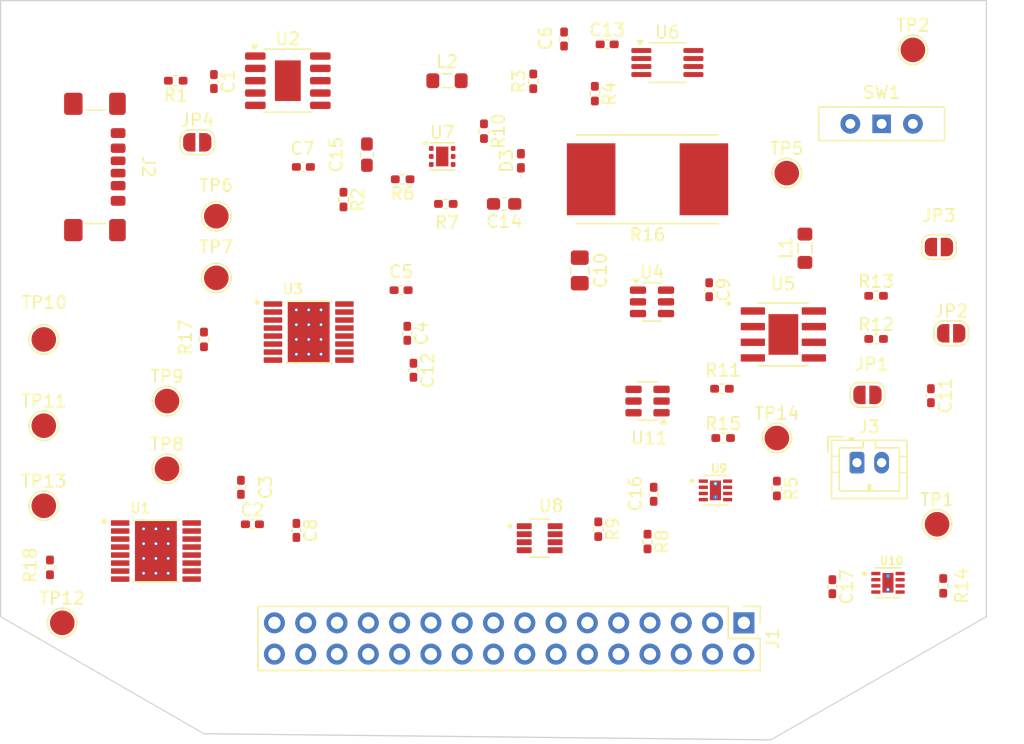
<source format=kicad_pcb>
(kicad_pcb (version 20241229) (generator "pcbnew") (generator_version "9.0")
  (layers (0 "F.Cu" signal) (2 "B.Cu" signal) (13 "F.Paste" user) (15 "B.Paste" user) (5 "F.SilkS" user "F.Silkscreen") (7 "B.SilkS" user "B.Silkscreen") (1 "F.Mask" user) (3 "B.Mask" user) (25 "Edge.Cuts" user))
  (net 0 "")
  (net 1 "GND")
  (net 2 "/Battery")
  (net 3 "Net-(U1-VINT)")
  (net 4 "Net-(U3-VINT)")
  (net 5 "/HV")
  (net 6 "Net-(U1-VCP)")
  (net 7 "Net-(U4-BST)")
  (net 8 "Net-(U4-SW)")
  (net 9 "Net-(JP2-B)")
  (net 10 "Net-(U3-VCP)")
  (net 11 "/3V3 Out")
  (net 12 "/5V Out")
  (net 13 "Net-(D3-A)")
  (net 14 "/MOTOR4_CTRL2")
  (net 15 "Net-(U3-AISEN)")
  (net 16 "/USART2_TX")
  (net 17 "/MOTOR3_CTRL1")
  (net 18 "/MOTOR3_B_OUT")
  (net 19 "Net-(U1-AISEN)")
  (net 20 "/MOTOR2_CTRL2")
  (net 22 "/MOTOR1_CTRL1")
  (net 23 "/MOTOR3_CTRL2")
  (net 24 "/EXT_LOAD2_OUT")
  (net 25 "/I2C1_SDA")
  (net 26 "/CTRL_EXT_LOAD2")
  (net 27 "/MOTOR4_CTRL1")
  (net 28 "/FAST_CHARGE_CTRL")
  (net 29 "/USART2_RX")
  (net 30 "/EXT_LOAD1_OUT")
  (net 31 "/MOTOR3_A_OUT")
  (net 32 "/MOTOR1_A_OUT")
  (net 33 "/MOTOR2_CTRL1")
  (net 34 "/CTRL_EXT_LOAD1")
  (net 35 "/MOTOR1_CTRL2")
  (net 36 "/I2C1_SCL")
  (net 37 "/MOTOR1_B_OUT")
  (net 38 "Net-(J2-VBUS-PadA9)")
  (net 39 "Net-(J2-CC2)")
  (net 40 "Net-(J2-CC1)")
  (net 41 "/BATT")
  (net 42 "Net-(U2-VBUS)")
  (net 43 "Net-(U6-ADJ)")
  (net 44 "Net-(U7-FB)")
  (net 45 "Net-(U7-OC)")
  (net 46 "Net-(R11-Pad2)")
  (net 47 "Net-(U5-PROG)")
  (net 48 "Net-(U5-~{STDBY})")
  (net 49 "Net-(JP1-B)")
  (net 50 "Net-(JP3-B)")
  (net 51 "Net-(U5-~{CHRG})")
  (net 52 "Net-(R15-Pad2)")
  (net 53 "Net-(U8-IN+)")
  (net 55 "/MOTOR4_A_OUT")
  (net 56 "/MOTOR4_B_OUT")
  (net 57 "/MOTOR2_A_OUT")
  (net 58 "/MOTOR2_B_OUT")
  (net 61 "Net-(JP4-B)")
  (net 64 "Net-(U8-IN-)")
  (net 67 "Net-(JP4-A)")
  (net 68 "Net-(JP2-A)")
  (footprint "Resistor_SMD:R_0402_1005Metric_Pad0.72x0.64mm_HandSolder" (layer "F.Cu") (at 172.04 83 180)
    (property "Reference" "R11" (at -0.0975 1.5 0) (layer "F.SilkS"))
    (property "Value" "5.6K")
    (pad "1" smd roundrect (at -0.5975 0 180) (size 0.715 0.64) (layers "F.Cu" "F.Mask" "F.Paste") (net 47 "Net-(U5-PROG)"))
    (pad "2" smd roundrect (at 0.5975 0 180) (size 0.715 0.64) (layers "F.Cu" "F.Mask" "F.Paste") (net 46 "Net-(R11-Pad2)"))
  )
  (footprint "Capacitor_SMD:C_0402_1005Metric_Pad0.74x0.62mm_HandSolder" (layer "F.Cu") (at 133.9325 94)
    (property "Reference" "C2" (at 0 -1.16 0) (layer "F.SilkS"))
    (property "Value" "10uF")
    (pad "1" smd roundrect (at -0.5675 0) (size 0.735 0.62) (layers "F.Cu" "F.Mask" "F.Paste") (net 1 "GND"))
    (pad "2" smd roundrect (at 0.5675 0) (size 0.735 0.62) (layers "F.Cu" "F.Mask" "F.Paste") (net 2 "/Battery"))
  )
  (footprint "Footprint:TP4056" (layer "F.Cu") (at 177.025 78.595)
    (property "Reference" "U5" (at -0.025 -4.095 0) (layer "F.SilkS"))
    (property "Value" "TP4056")
    (pad "1" smd roundrect (at -2.475 -1.905) (size 1.97 0.6) (layers "F.Cu" "F.Mask" "F.Paste") (roundrect_rratio 0.125) (net 1 "GND"))
    (pad "2" smd roundrect (at -2.475 -0.635) (size 1.97 0.6) (layers "F.Cu" "F.Mask" "F.Paste") (roundrect_rratio 0.125) (net 47 "Net-(U5-PROG)"))
    (pad "3" smd roundrect (at -2.475 0.635) (size 1.97 0.6) (layers "F.Cu" "F.Mask" "F.Paste") (roundrect_rratio 0.125) (net 1 "GND"))
    (pad "4" smd roundrect (at -2.475 1.905) (size 1.97 0.6) (layers "F.Cu" "F.Mask" "F.Paste") (roundrect_rratio 0.125) (net 9 "Net-(JP2-B)"))
    (pad "5" smd roundrect (at 2.475 1.905) (size 1.97 0.6) (layers "F.Cu" "F.Mask" "F.Paste") (roundrect_rratio 0.125) (net 41 "/BATT"))
    (pad "6" smd roundrect (at 2.475 0.635) (size 1.97 0.6) (layers "F.Cu" "F.Mask" "F.Paste") (roundrect_rratio 0.125) (net 48 "Net-(U5-~{STDBY})"))
    (pad "7" smd roundrect (at 2.475 -0.635) (size 1.97 0.6) (layers "F.Cu" "F.Mask" "F.Paste") (roundrect_rratio 0.125) (net 51 "Net-(U5-~{CHRG})"))
    (pad "8" smd roundrect (at 2.475 -1.905) (size 1.97 0.6) (layers "F.Cu" "F.Mask" "F.Paste") (roundrect_rratio 0.125) (net 9 "Net-(JP2-B)"))
    (pad "9" smd rect (at 0 0) (size 2.413 3.302) (layers "F.Cu" "F.Mask"))
  )
  (footprint "TestPoint:TestPoint_Pad_D2.0mm" (layer "F.Cu") (at 127 89.5)
    (property "Reference" "TP8" (at 0 -1.998 0) (layer "F.SilkS"))
    (property "Value" "TestPoint")
    (pad "1" smd circle (at 0 0) (size 2 2) (layers "F.Cu" "F.Mask") (net 55 "/MOTOR4_A_OUT"))
  )
  (footprint "TestPoint:TestPoint_Pad_D2.0mm" (layer "F.Cu") (at 176.5 87)
    (property "Reference" "TP14" (at 0 -1.998 0) (layer "F.SilkS"))
    (property "Value" "TestPoint")
    (pad "1" smd circle (at 0 0) (size 2 2) (layers "F.Cu" "F.Mask") (net 24 "/EXT_LOAD2_OUT"))
  )
  (footprint "Resistor_SMD:R_0402_1005Metric_Pad0.72x0.64mm_HandSolder" (layer "F.Cu") (at 162 94.4025 -90)
    (property "Reference" "R9" (at 0 -1.17 90) (layer "F.SilkS"))
    (property "Value" "4.7k")
    (pad "1" smd roundrect (at -0.5975 0 270) (size 0.715 0.64) (layers "F.Cu" "F.Mask" "F.Paste") (net 11 "/3V3 Out"))
    (pad "2" smd roundrect (at 0.5975 0 270) (size 0.715 0.64) (layers "F.Cu" "F.Mask" "F.Paste") (net 25 "/I2C1_SDA"))
  )
  (footprint "Inductor_SMD:L_0805_2012Metric_Pad1.05x1.20mm_HandSolder" (layer "F.Cu") (at 149.725 58)
    (property "Reference" "L2" (at 0 -1.55 0) (layer "F.SilkS"))
    (property "Value" "4.7u")
    (pad "1" smd roundrect (at -1.15 0) (size 1.05 1.2) (layers "F.Cu" "F.Mask" "F.Paste") (roundrect_rratio 0.238095) (net 2 "/Battery"))
    (pad "2" smd roundrect (at 1.15 0) (size 1.05 1.2) (layers "F.Cu" "F.Mask" "F.Paste") (roundrect_rratio 0.238095) (net 13 "Net-(D3-A)"))
  )
  (footprint "Resistor_SMD:R_0402_1005Metric_Pad0.72x0.64mm_HandSolder" (layer "F.Cu") (at 184.55 75.46)
    (property "Reference" "R13" (at 0 -1.17 0) (layer "F.SilkS"))
    (property "Value" "1K")
    (pad "1" smd roundrect (at -0.5975 0) (size 0.715 0.64) (layers "F.Cu" "F.Mask" "F.Paste") (net 50 "Net-(JP3-B)"))
    (pad "2" smd roundrect (at 0.5975 0) (size 0.715 0.64) (layers "F.Cu" "F.Mask" "F.Paste") (net 51 "Net-(U5-~{CHRG})"))
  )
  (footprint "Capacitor_SMD:C_0402_1005Metric_Pad0.74x0.62mm_HandSolder" (layer "F.Cu") (at 166.5 91.5675 -90)
    (property "Reference" "C16" (at -0.0675 1.5 90) (layer "F.SilkS"))
    (property "Value" "1uF")
    (pad "1" smd roundrect (at -0.5675 0 270) (size 0.735 0.62) (layers "F.Cu" "F.Mask" "F.Paste") (net 12 "/5V Out"))
    (pad "2" smd roundrect (at 0.5675 0 270) (size 0.735 0.62) (layers "F.Cu" "F.Mask" "F.Paste") (net 1 "GND"))
  )
  (footprint "Capacitor_SMD:C_0805_2012Metric_Pad1.18x1.45mm_HandSolder" (layer "F.Cu") (at 160.5 73.4 -90)
    (property "Reference" "C10" (at 0 -1.68 90) (layer "F.SilkS"))
    (property "Value" "47u")
    (pad "1" smd roundrect (at -1.0375 0 270) (size 1.175 1.45) (layers "F.Cu" "F.Mask" "F.Paste") (roundrect_rratio 0.212766) (net 9 "Net-(JP2-B)"))
    (pad "2" smd roundrect (at 1.0375 0 270) (size 1.175 1.45) (layers "F.Cu" "F.Mask" "F.Paste") (roundrect_rratio 0.212766) (net 1 "GND"))
  )
  (footprint "Package_SO:SSOP-10-1EP_3.9x4.9mm_P1mm_EP2.1x3.3mm" (layer "F.Cu") (at 136.8075 58)
    (property "Reference" "U2" (at 0 -3.4 0) (layer "F.SilkS"))
    (property "Value" "CH224K")
    (pad "1" smd roundrect (at -2.6375 -2) (size 1.675 0.6) (layers "F.Cu" "F.Mask" "F.Paste") (net 2 "/Battery"))
    (pad "2" smd roundrect (at -2.6375 -1) (size 1.675 0.6) (layers "F.Cu" "F.Mask" "F.Paste") (net 1 "GND"))
    (pad "3" smd roundrect (at -2.6375 0) (size 1.675 0.6) (layers "F.Cu" "F.Mask" "F.Paste") (net 1 "GND"))
    (pad "4" smd roundrect (at -2.6375 1) (size 1.675 0.6) (layers "F.Cu" "F.Mask" "F.Paste") (net 67 "Net-(JP4-A)"))
    (pad "5" smd roundrect (at -2.6375 2) (size 1.675 0.6) (layers "F.Cu" "F.Mask" "F.Paste") (net 61 "Net-(JP4-B)"))
    (pad "6" smd roundrect (at 2.6375 2) (size 1.675 0.6) (layers "F.Cu" "F.Mask" "F.Paste") (net 39 "Net-(J2-CC2)"))
    (pad "7" smd roundrect (at 2.6375 1) (size 1.675 0.6) (layers "F.Cu" "F.Mask" "F.Paste") (net 40 "Net-(J2-CC1)"))
    (pad "8" smd roundrect (at 2.6375 0) (size 1.675 0.6) (layers "F.Cu" "F.Mask" "F.Paste") (net 42 "Net-(U2-VBUS)"))
    (pad "9" smd roundrect (at 2.6375 -1) (size 1.675 0.6) (layers "F.Cu" "F.Mask" "F.Paste") (net 1 "GND"))
    (pad "10" smd roundrect (at 2.6375 -2) (size 1.675 0.6) (layers "F.Cu" "F.Mask" "F.Paste"))
    (pad "11" smd rect (at 0 0) (size 2.1 3.3) (property pad_prop_heatsink) (layers "F.Cu" "F.Mask") (net 1 "GND"))
  )
  (footprint "Resistor_SMD:R_0402_1005Metric_Pad0.72x0.64mm_HandSolder" (layer "F.Cu") (at 172.1375 87)
    (property "Reference" "R15" (at 0 -1.17 0) (layer "F.SilkS"))
    (property "Value" "1.5K")
    (pad "1" smd roundrect (at -0.5975 0) (size 0.715 0.64) (layers "F.Cu" "F.Mask" "F.Paste") (net 47 "Net-(U5-PROG)"))
    (pad "2" smd roundrect (at 0.5975 0) (size 0.715 0.64) (layers "F.Cu" "F.Mask" "F.Paste") (net 52 "Net-(R15-Pad2)"))
  )
  (footprint "Resistor_SMD:R_Shunt_Vishay_WSR2_WSR3" (layer "F.Cu") (at 166 66 180)
    (property "Reference" "R16" (at 0 -4.5 0) (layer "F.SilkS"))
    (property "Value" "0.5m")
    (pad "1" smd rect (at -4.575 0 180) (size 3.94 5.84) (layers "F.Cu" "F.Mask" "F.Paste") (net 41 "/BATT"))
    (pad "2" smd rect (at 4.575 0 180) (size 3.94 5.84) (layers "F.Cu" "F.Mask" "F.Paste") (net 53 "Net-(U8-IN+)"))
  )
  (footprint "Footprint:TPS22965DSGR" (layer "F.Cu") (at 171.515 91.25)
    (property "Reference" "U9" (at 0.292 -1.7934 0) (layer "F.SilkS") (effects (font (size 0.64 0.64))))
    (property "Value" "TPS22965DSGR")
    (pad "1" smd roundrect (at -0.985 -0.75) (size 0.74 0.28) (layers "F.Cu" "F.Mask" "F.Paste") (roundrect_rratio 0.125) (net 12 "/5V Out"))
    (pad "2" smd roundrect (at -0.985 -0.25) (size 0.74 0.28) (layers "F.Cu" "F.Mask" "F.Paste") (roundrect_rratio 0.125) (net 12 "/5V Out"))
    (pad "3" smd roundrect (at -0.985 0.25) (size 0.74 0.28) (layers "F.Cu" "F.Mask" "F.Paste") (roundrect_rratio 0.125) (net 26 "/CTRL_EXT_LOAD2"))
    (pad "4" smd roundrect (at -0.985 0.75) (size 0.74 0.28) (layers "F.Cu" "F.Mask" "F.Paste") (roundrect_rratio 0.125) (net 12 "/5V Out"))
    (pad "5" smd roundrect (at 0.985 0.75) (size 0.74 0.28) (layers "F.Cu" "F.Mask" "F.Paste") (roundrect_rratio 0.125) (net 1 "GND"))
    (pad "6" smd roundrect (at 0.985 0.25) (size 0.74 0.28) (layers "F.Cu" "F.Mask" "F.Paste") (roundrect_rratio 0.125))
    (pad "7" smd roundrect (at 0.985 -0.25) (size 0.74 0.28) (layers "F.Cu" "F.Mask" "F.Paste") (roundrect_rratio 0.125) (net 24 "/EXT_LOAD2_OUT"))
    (pad "8" smd roundrect (at 0.985 -0.75) (size 0.74 0.28) (layers "F.Cu" "F.Mask" "F.Paste") (roundrect_rratio 0.125) (net 24 "/EXT_LOAD2_OUT"))
    (pad "9" smd rect (at 0 0) (size 0.9 1.6) (layers "F.Cu" "F.Mask") (net 1 "GND"))
    (pad "9_1" thru_hole circle (at 0 -0.55) (size 0.4 0.4) (drill 0.2) (layers "*.Cu") (net 1 "GND"))
    (pad "9_2" thru_hole circle (at 0 0.55) (size 0.4 0.4) (drill 0.1) (layers "*.Cu") (net 1 "GND"))
  )
  (footprint "TestPoint:TestPoint_Pad_D2.0mm" (layer "F.Cu") (at 117 79)
    (property "Reference" "TP10" (at 0.05 -2.998 0) (layer "F.SilkS"))
    (property "Value" "TestPoint")
    (pad "1" smd circle (at 0 0) (size 2 2) (layers "F.Cu" "F.Mask") (net 32 "/MOTOR1_A_OUT"))
  )
  (footprint "TestPoint:TestPoint_Pad_D2.0mm" (layer "F.Cu") (at 131 69)
    (property "Reference" "TP6" (at 0 -2.498 0) (layer "F.SilkS"))
    (property "Value" "TestPoint")
    (pad "1" smd circle (at 0 0) (size 2 2) (layers "F.Cu" "F.Mask") (net 31 "/MOTOR3_A_OUT"))
  )
  (footprint "Connector_JST:JST_PH_B2B-PH-K_1x02_P2.00mm_Vertical" (layer "F.Cu") (at 183 89)
    (property "Reference" "J3" (at 1 -2.9 0) (layer "F.SilkS"))
    (property "Value" "Conn_01x02_Pin")
    (pad "1" thru_hole roundrect (at 0 0) (size 1.2 1.75) (drill 0.75) (layers "*.Cu" "*.Mask") (roundrect_rratio 0.208333) (net 41 "/BATT"))
    (pad "2" thru_hole oval (at 2 0) (size 1.2 1.75) (drill 0.75) (layers "*.Cu" "*.Mask") (net 1 "GND"))
  )
  (footprint "TestPoint:TestPoint_Pad_D2.0mm" (layer "F.Cu") (at 189.5 94)
    (property "Reference" "TP1" (at 0 -1.998 0) (layer "F.SilkS"))
    (property "Value" "TestPoint")
    (pad "1" smd circle (at 0 0) (size 2 2) (layers "F.Cu" "F.Mask") (net 30 "/EXT_LOAD1_OUT"))
  )
  (footprint "Capacitor_SMD:C_0402_1005Metric_Pad0.74x0.62mm_HandSolder" (layer "F.Cu") (at 162.725 55.05)
    (property "Reference" "C13" (at 0 -1.16 0) (layer "F.SilkS"))
    (property "Value" "4.7u")
    (pad "1" smd roundrect (at -0.5675 0) (size 0.735 0.62) (layers "F.Cu" "F.Mask" "F.Paste") (net 11 "/3V3 Out"))
    (pad "2" smd roundrect (at 0.5675 0) (size 0.735 0.62) (layers "F.Cu" "F.Mask" "F.Paste") (net 1 "GND"))
  )
  (footprint "Package_TO_SOT_SMD:SOT-23-6" (layer "F.Cu") (at 166 84 180)
    (property "Reference" "U11" (at -0.1375 -3 0) (layer "F.SilkS"))
    (property "Value" "TS5A3159ADBVR")
    (pad "1" smd roundrect (at -1.1375 -0.95 180) (size 1.325 0.6) (layers "F.Cu" "F.Mask" "F.Paste") (net 52 "Net-(R15-Pad2)"))
    (pad "2" smd roundrect (at -1.1375 0 180) (size 1.325 0.6) (layers "F.Cu" "F.Mask" "F.Paste") (net 11 "/3V3 Out"))
    (pad "3" smd roundrect (at -1.1375 0.95 180) (size 1.325 0.6) (layers "F.Cu" "F.Mask" "F.Paste") (net 46 "Net-(R11-Pad2)"))
    (pad "4" smd roundrect (at 1.1375 0.95 180) (size 1.325 0.6) (layers "F.Cu" "F.Mask" "F.Paste") (net 1 "GND"))
    (pad "5" smd roundrect (at 1.1375 0 180) (size 1.325 0.6) (layers "F.Cu" "F.Mask" "F.Paste") (net 1 "GND"))
    (pad "6" smd roundrect (at 1.1375 -0.95 180) (size 1.325 0.6) (layers "F.Cu" "F.Mask" "F.Paste") (net 28 "/FAST_CHARGE_CTRL"))
  )
  (footprint "Resistor_SMD:R_0402_1005Metric_Pad0.72x0.64mm_HandSolder" (layer "F.Cu") (at 161.725 59.05 -90)
    (property "Reference" "R4" (at 0 -1.17 90) (layer "F.SilkS"))
    (property "Value" "33K")
    (pad "1" smd roundrect (at -0.5975 0 270) (size 0.715 0.64) (layers "F.Cu" "F.Mask" "F.Paste") (net 11 "/3V3 Out"))
    (pad "2" smd roundrect (at 0.5975 0 270) (size 0.715 0.64) (layers "F.Cu" "F.Mask" "F.Paste") (net 43 "Net-(U6-ADJ)"))
  )
  (footprint "Capacitor_SMD:C_0603_1608Metric_Pad1.08x0.95mm_HandSolder" (layer "F.Cu") (at 154.3625 68 180)
    (property "Reference" "C14" (at 0 -1.43 0) (layer "F.SilkS"))
    (property "Value" "22u")
    (pad "1" smd roundrect (at -0.8625 0 180) (size 1.075 0.95) (layers "F.Cu" "F.Mask" "F.Paste") (net 12 "/5V Out"))
    (pad "2" smd roundrect (at 0.8625 0 180) (size 1.075 0.95) (layers "F.Cu" "F.Mask" "F.Paste") (net 1 "GND"))
  )
  (footprint "Resistor_SMD:R_0402_1005Metric_Pad0.72x0.64mm_HandSolder" (layer "F.Cu") (at 190 99 -90)
    (property "Reference" "R14" (at 0 -1.5 90) (layer "F.SilkS"))
    (property "Value" "10k")
    (pad "1" smd roundrect (at -0.5975 0 270) (size 0.715 0.64) (layers "F.Cu" "F.Mask" "F.Paste") (net 30 "/EXT_LOAD1_OUT"))
    (pad "2" smd roundrect (at 0.5975 0 270) (size 0.715 0.64) (layers "F.Cu" "F.Mask" "F.Paste") (net 1 "GND"))
  )
  (footprint "TestPoint:TestPoint_Pad_D2.0mm" (layer "F.Cu") (at 117 86)
    (property "Reference" "TP11" (at 0 -1.998 0) (layer "F.SilkS"))
    (property "Value" "TestPoint")
    (pad "1" smd circle (at 0 0) (size 2 2) (layers "F.Cu" "F.Mask") (net 37 "/MOTOR1_B_OUT"))
  )
  (footprint "Jumper:SolderJumper-2_P1.3mm_Open_RoundedPad1.0x1.5mm" (layer "F.Cu") (at 189.65 71.5)
    (property "Reference" "JP3" (at 0 -2.55 0) (layer "F.SilkS"))
    (property "Value" "Jumper_2_Open")
    (pad "1" smd custom (at -0.65 0) (size 1 0.5) (layers "F.Cu" "F.Mask") (net 9 "Net-(JP2-B)") (options (clearance outline) (anchor rect)) (primitives (gr_circle (center 0 0.25) (end 0.5 0.25) (width 0) (fill yes)) (gr_circle (center 0 -0.25) (end 0.5 -0.25) (width 0) (fill yes)) (gr_poly (pts (xy 0.5 0.75) (xy 0 0.75) (xy 0 -0.75) (xy 0.5 -0.75)) (width 0) (fill yes))))
    (pad "2" smd custom (at 0.65 0) (size 1 0.5) (layers "F.Cu" "F.Mask") (net 50 "Net-(JP3-B)") (options (clearance outline) (anchor rect)) (primitives (gr_circle (center 0 0.25) (end 0.5 0.25) (width 0) (fill yes)) (gr_circle (center 0 -0.25) (end 0.5 -0.25) (width 0) (fill yes)) (gr_poly (pts (xy 0 0.75) (xy -0.5 0.75) (xy -0.5 -0.75) (xy 0 -0.75)) (width 0) (fill yes))))
  )
  (footprint "Resistor_SMD:R_0402_1005Metric_Pad0.72x0.64mm_HandSolder" (layer "F.Cu") (at 141.3225 67.65 -90)
    (property "Reference" "R2" (at 0 -1.17 90) (layer "F.SilkS"))
    (property "Value" "10K")
    (pad "1" smd roundrect (at -0.5975 0 270) (size 0.715 0.64) (layers "F.Cu" "F.Mask" "F.Paste") (net 42 "Net-(U2-VBUS)"))
    (pad "2" smd roundrect (at 0.5975 0 270) (size 0.715 0.64) (layers "F.Cu" "F.Mask" "F.Paste") (net 38 "Net-(J2-VBUS-PadA9)"))
  )
  (footprint "Footprint:TPS22965DSGR" (layer "F.Cu") (at 185.515 98.75)
    (property "Reference" "U10" (at 0.292 -1.7934 0) (layer "F.SilkS") (effects (font (size 0.64 0.64))))
    (property "Value" "TPS22965DSGR")
    (pad "1" smd roundrect (at -0.985 -0.75) (size 0.74 0.28) (layers "F.Cu" "F.Mask" "F.Paste") (roundrect_rratio 0.125) (net 12 "/5V Out"))
    (pad "2" smd roundrect (at -0.985 -0.25) (size 0.74 0.28) (layers "F.Cu" "F.Mask" "F.Paste") (roundrect_rratio 0.125) (net 12 "/5V Out"))
    (pad "3" smd roundrect (at -0.985 0.25) (size 0.74 0.28) (layers "F.Cu" "F.Mask" "F.Paste") (roundrect_rratio 0.125) (net 34 "/CTRL_EXT_LOAD1"))
    (pad "4" smd roundrect (at -0.985 0.75) (size 0.74 0.28) (layers "F.Cu" "F.Mask" "F.Paste") (roundrect_rratio 0.125) (net 12 "/5V Out"))
    (pad "5" smd roundrect (at 0.985 0.75) (size 0.74 0.28) (layers "F.Cu" "F.Mask" "F.Paste") (roundrect_rratio 0.125) (net 1 "GND"))
    (pad "6" smd roundrect (at 0.985 0.25) (size 0.74 0.28) (layers "F.Cu" "F.Mask" "F.Paste") (roundrect_rratio 0.125))
    (pad "7" smd roundrect (at 0.985 -0.25) (size 0.74 0.28) (layers "F.Cu" "F.Mask" "F.Paste") (roundrect_rratio 0.125) (net 30 "/EXT_LOAD1_OUT"))
    (pad "8" smd roundrect (at 0.985 -0.75) (size 0.74 0.28) (layers "F.Cu" "F.Mask" "F.Paste") (roundrect_rratio 0.125) (net 30 "/EXT_LOAD1_OUT"))
    (pad "9" smd rect (at 0 0) (size 0.9 1.6) (layers "F.Cu" "F.Mask") (net 1 "GND"))
    (pad "9_1" thru_hole circle (at 0 -0.55) (size 0.4 0.4) (drill 0.1) (layers "*.Cu") (net 1 "GND"))
    (pad "9_2" thru_hole circle (at 0 0.55) (size 0.4 0.4) (drill 0.2) (layers "*.Cu") (net 1 "GND"))
  )
  (footprint "Capacitor_SMD:C_0402_1005Metric_Pad0.74x0.62mm_HandSolder" (layer "F.Cu") (at 181 99.0675 -90)
    (property "Reference" "C17" (at 0 -1.16 90) (layer "F.SilkS"))
    (property "Value" "1uF")
    (pad "1" smd roundrect (at -0.5675 0 270) (size 0.735 0.62) (layers "F.Cu" "F.Mask" "F.Paste") (net 12 "/5V Out"))
    (pad "2" smd roundrect (at 0.5675 0 270) (size 0.735 0.62) (layers "F.Cu" "F.Mask" "F.Paste") (net 1 "GND"))
  )
  (footprint "TestPoint:TestPoint_Pad_D2.0mm" (layer "F.Cu") (at 127 84)
    (property "Reference" "TP9" (at 0 -1.998 0) (layer "F.SilkS"))
    (property "Value" "TestPoint")
    (pad "1" smd circle (at 0 0) (size 2 2) (layers "F.Cu" "F.Mask") (net 56 "/MOTOR4_B_OUT"))
  )
  (footprint "Resistor_SMD:R_0402_1005Metric_Pad0.72x0.64mm_HandSolder" (layer "F.Cu") (at 166 95.4025 -90)
    (property "Reference" "R8" (at 0 -1.17 90) (layer "F.SilkS"))
    (property "Value" "4.7k")
    (pad "1" smd roundrect (at -0.5975 0 270) (size 0.715 0.64) (layers "F.Cu" "F.Mask" "F.Paste") (net 11 "/3V3 Out"))
    (pad "2" smd roundrect (at 0.5975 0 270) (size 0.715 0.64) (layers "F.Cu" "F.Mask" "F.Paste") (net 36 "/I2C1_SCL"))
  )
  (footprint "Resistor_SMD:R_0402_1005Metric_Pad0.72x0.64mm_HandSolder" (layer "F.Cu") (at 146.1275 66 180)
    (property "Reference" "R6" (at 0 -1.17 0) (layer "F.SilkS"))
    (property "Value" "100K")
    (pad "1" smd roundrect (at -0.5975 0 180) (size 0.715 0.64) (layers "F.Cu" "F.Mask" "F.Paste") (net 12 "/5V Out"))
    (pad "2" smd roundrect (at 0.5975 0 180) (size 0.715 0.64) (layers "F.Cu" "F.Mask" "F.Paste") (net 44 "Net-(U7-FB)"))
  )
  (footprint "TestPoint:TestPoint_Pad_D2.0mm" (layer "F.Cu") (at 131 74)
    (property "Reference" "TP7" (at 0 -2.498 0) (layer "F.SilkS"))
    (property "Value" "TestPoint")
    (pad "1" smd circle (at 0 0) (size 2 2) (layers "F.Cu" "F.Mask") (net 18 "/MOTOR3_B_OUT"))
  )
  (footprint "Capacitor_SMD:C_0402_1005Metric_Pad0.74x0.62mm_HandSolder" (layer "F.Cu") (at 171 74.9675 -90)
    (property "Reference" "C9" (at 0 -1.16 90) (layer "F.SilkS"))
    (property "Value" "100n")
    (pad "1" smd roundrect (at -0.5675 0 270) (size 0.735 0.62) (layers "F.Cu" "F.Mask" "F.Paste") (net 7 "Net-(U4-BST)"))
    (pad "2" smd roundrect (at 0.5675 0 270) (size 0.735 0.62) (layers "F.Cu" "F.Mask" "F.Paste") (net 8 "Net-(U4-SW)"))
  )
  (footprint "Resistor_SMD:R_0402_1005Metric_Pad0.72x0.64mm_HandSolder" (layer "F.Cu") (at 149.6275 68)
    (property "Reference" "R7" (at 0.0975 1.5 0) (layer "F.SilkS"))
    (property "Value" "10K")
    (pad "1" smd roundrect (at -0.5975 0) (size 0.715 0.64) (layers "F.Cu" "F.Mask" "F.Paste") (net 44 "Net-(U7-FB)"))
    (pad "2" smd roundrect (at 0.5975 0) (size 0.715 0.64) (layers "F.Cu" "F.Mask" "F.Paste") (net 1 "GND"))
  )
  (footprint "Capacitor_SMD:C_0402_1005Metric_Pad0.74x0.62mm_HandSolder" (layer "F.Cu") (at 146.5 78.5 -90)
    (property "Reference" "C4" (at 0 -1.16 90) (layer "F.SilkS"))
    (property "Value" "10uF")
    (pad "1" smd roundrect (at -0.5675 0 270) (size 0.735 0.62) (layers "F.Cu" "F.Mask" "F.Paste") (net 1 "GND"))
    (pad "2" smd roundrect (at 0.5675 0 270) (size 0.735 0.62) (layers "F.Cu" "F.Mask" "F.Paste") (net 2 "/Battery"))
  )
  (footprint "Package_SO:MSOP-8_3x3mm_P0.65mm" (layer "F.Cu") (at 167.6125 56.525)
    (property "Reference" "U6" (at 0 -2.45 0) (layer "F.SilkS"))
    (property "Value" "AP2114")
    (pad "1" smd roundrect (at -2.1125 -0.975) (size 1.625 0.4) (layers "F.Cu" "F.Mask" "F.Paste") (net 2 "/Battery"))
    (pad "2" smd roundrect (at -2.1125 -0.325) (size 1.625 0.4) (layers "F.Cu" "F.Mask" "F.Paste") (net 2 "/Battery"))
    (pad "3" smd roundrect (at -2.1125 0.325) (size 1.625 0.4) (layers "F.Cu" "F.Mask" "F.Paste") (net 11 "/3V3 Out"))
    (pad "4" smd roundrect (at -2.1125 0.975) (size 1.625 0.4) (layers "F.Cu" "F.Mask" "F.Paste") (net 43 "Net-(U6-ADJ)"))
    (pad "5" smd roundrect (at 2.1125 0.975) (size 1.625 0.4) (layers "F.Cu" "F.Mask" "F.Paste") (net 1 "GND"))
    (pad "6" smd roundrect (at 2.1125 0.325) (size 1.625 0.4) (layers "F.Cu" "F.Mask" "F.Paste") (net 1 "GND"))
    (pad "7" smd roundrect (at 2.1125 -0.325) (size 1.625 0.4) (layers "F.Cu" "F.Mask" "F.Paste") (net 1 "GND"))
    (pad "8" smd roundrect (at 2.1125 -0.975) (size 1.625 0.4) (layers "F.Cu" "F.Mask" "F.Paste") (net 1 "GND"))
  )
  (footprint "TestPoint:TestPoint_Pad_D2.0mm" (layer "F.Cu") (at 187.54 55.5)
    (property "Reference" "TP2" (at 0 -1.998 0) (layer "F.SilkS"))
    (property "Value" "TestPoint")
    (pad "1" smd circle (at 0 0) (size 2 2) (layers "F.Cu" "F.Mask") (net 41 "/BATT"))
  )
  (footprint "Inductor_SMD:L_0805_2012Metric_Pad1.05x1.20mm_HandSolder" (layer "F.Cu") (at 178.775 71.6 90)
    (property "Reference" "L1" (at 0 -1.55 90) (layer "F.SilkS"))
    (property "Value" "4.7uH")
    (pad "1" smd roundrect (at -1.15 0 90) (size 1.05 1.2) (layers "F.Cu" "F.Mask" "F.Paste") (roundrect_rratio 0.238095) (net 8 "Net-(U4-SW)"))
    (pad "2" smd roundrect (at 1.15 0 90) (size 1.05 1.2) (layers "F.Cu" "F.Mask" "F.Paste") (roundrect_rratio 0.238095) (net 9 "Net-(JP2-B)"))
  )
  (footprint "Resistor_SMD:R_0402_1005Metric_Pad0.72x0.64mm_HandSolder" (layer "F.Cu") (at 156.725 58.05 90)
    (property "Reference" "R3" (at 0 -1.17 90) (layer "F.SilkS"))
    (property "Value" "10K")
    (pad "1" smd roundrect (at -0.5975 0 90) (size 0.715 0.64) (layers "F.Cu" "F.Mask" "F.Paste") (net 43 "Net-(U6-ADJ)"))
    (pad "2" smd roundrect (at 0.5975 0 90) (size 0.715 0.64) (layers "F.Cu" "F.Mask" "F.Paste") (net 1 "GND"))
  )
  (footprint "Capacitor_SMD:C_0402_1005Metric_Pad0.74x0.62mm_HandSolder" (layer "F.Cu") (at 133 91 90)
    (property "Reference" "C3" (at 0 2 90) (layer "F.SilkS"))
    (property "Value" "2.2uF")
    (pad "1" smd roundrect (at -0.5675 0 90) (size 0.735 0.62) (layers "F.Cu" "F.Mask" "F.Paste") (net 1 "GND"))
    (pad "2" smd roundrect (at 0.5675 0 90) (size 0.735 0.62) (layers "F.Cu" "F.Mask" "F.Paste") (net 3 "Net-(U1-VINT)"))
  )
  (footprint "Jumper:SolderJumper-2_P1.3mm_Open_RoundedPad1.0x1.5mm" (layer "F.Cu") (at 183.85 83.5)
    (property "Reference" "JP1" (at 0.35 -2.5 0) (layer "F.SilkS"))
    (property "Value" "Jumper_2_Open")
    (pad "1" smd custom (at -0.65 0) (size 1 0.5) (layers "F.Cu" "F.Mask") (net 41 "/BATT") (options (clearance outline) (anchor rect)) (primitives (gr_circle (center 0 0.25) (end 0.5 0.25) (width 0) (fill yes)) (gr_circle (center 0 -0.25) (end 0.5 -0.25) (width 0) (fill yes)) (gr_poly (pts (xy 0.5 0.75) (xy 0 0.75) (xy 0 -0.75) (xy 0.5 -0.75)) (width 0) (fill yes))))
    (pad "2" smd custom (at 0.65 0) (size 1 0.5) (layers "F.Cu" "F.Mask") (net 49 "Net-(JP1-B)") (options (clearance outline) (anchor rect)) (primitives (gr_circle (center 0 0.25) (end 0.5 0.25) (width 0) (fill yes)) (gr_circle (center 0 -0.25) (end 0.5 -0.25) (width 0) (fill yes)) (gr_poly (pts (xy 0 0.75) (xy -0.5 0.75) (xy -0.5 -0.75) (xy 0 -0.75)) (width 0) (fill yes))))
  )
  (footprint "Resistor_SMD:R_0402_1005Metric_Pad0.72x0.64mm_HandSolder" (layer "F.Cu") (at 176.5 91.0975 -90)
    (property "Reference" "R5" (at 0 -1.17 90) (layer "F.SilkS"))
    (property "Value" "10k")
    (pad "1" smd roundrect (at -0.5975 0 270) (size 0.715 0.64) (layers "F.Cu" "F.Mask" "F.Paste") (net 24 "/EXT_LOAD2_OUT"))
    (pad "2" smd roundrect (at 0.5975 0 270) (size 0.715 0.64) (layers "F.Cu" "F.Mask" "F.Paste") (net 1 "GND"))
  )
  (footprint "Resistor_SMD:R_0402_1005Metric_Pad0.72x0.64mm_HandSolder" (layer "F.Cu") (at 117.5 97.5 90)
    (property "Reference" "R18" (at 0.167621 -1.61 90) (layer "F.SilkS"))
    (property "Value" "200m")
    (pad "1" smd roundrect (at -0.5975 0 90) (size 0.715 0.64) (layers "F.Cu" "F.Mask" "F.Paste") (net 19 "Net-(U1-AISEN)"))
    (pad "2" smd roundrect (at 0.5975 0 90) (size 0.715 0.64) (layers "F.Cu" "F.Mask" "F.Paste") (net 1 "GND"))
  )
  (footprint "Package_TO_SOT_SMD:TSOT-23-6" (layer "F.Cu") (at 166.3625 75.95)
    (property "Reference" "U4" (at 0 -2.4 0) (layer "F.SilkS"))
    (property "Value" "AP63203WU")
    (pad "1" smd roundrect (at -1.1375 -0.95) (size 1.325 0.6) (layers "F.Cu" "F.Mask" "F.Paste") (net 9 "Net-(JP2-B)"))
    (pad "2" smd roundrect (at -1.1375 0) (size 1.325 0.6) (layers "F.Cu" "F.Mask" "F.Paste") (net 5 "/HV"))
    (pad "3" smd roundrect (at -1.1375 0.95) (size 1.325 0.6) (layers "F.Cu" "F.Mask" "F.Paste") (net 5 "/HV"))
    (pad "4" smd roundrect (at 1.1375 0.95) (size 1.325 0.6) (layers "F.Cu" "F.Mask" "F.Paste") (net 1 "GND"))
    (pad "5" smd roundrect (at 1.1375 0) (size 1.325 0.6) (layers "F.Cu" "F.Mask" "F.Paste") (net 8 "Net-(U4-SW)"))
    (pad "6" smd roundrect (at 1.1375 -0.95) (size 1.325 0.6) (layers "F.Cu" "F.Mask" "F.Paste") (net 7 "Net-(U4-BST)"))
  )
  (footprint "TestPoint:TestPoint_Pad_D2.0mm" (layer "F.Cu") (at 177.3 65.5)
    (property "Reference" "TP5" (at 0 -1.998 0) (layer "F.SilkS"))
    (property "Value" "TestPoint")
    (pad "1" smd circle (at 0 0) (size 2 2) (layers "F.Cu" "F.Mask") (net 9 "Net-(JP2-B)"))
  )
  (footprint "Capacitor_SMD:C_0402_1005Metric_Pad0.74x0.62mm_HandSolder" (layer "F.Cu") (at 189 83.5675 -90)
    (property "Reference" "C11" (at 0 -1.16 90) (layer "F.SilkS"))
    (property "Value" "10u")
    (pad "1" smd roundrect (at -0.5675 0 270) (size 0.735 0.62) (layers "F.Cu" "F.Mask" "F.Paste") (net 49 "Net-(JP1-B)"))
    (pad "2" smd roundrect (at 0.5675 0 270) (size 0.735 0.62) (layers "F.Cu" "F.Mask" "F.Paste") (net 1 "GND"))
  )
  (footprint "Capacitor_SMD:C_0402_1005Metric_Pad0.74x0.62mm_HandSolder" (layer "F.Cu") (at 147 81.5 -90)
    (property "Reference" "C12" (at 0 -1.16 90) (layer "F.SilkS"))
    (property "Value" "10nF")
    (pad "1" smd roundrect (at -0.5675 0 270) (size 0.735 0.62) (layers "F.Cu" "F.Mask" "F.Paste") (net 2 "/Battery"))
    (pad "2" smd roundrect (at 0.5675 0 270) (size 0.735 0.62) (layers "F.Cu" "F.Mask" "F.Paste") (net 10 "Net-(U3-VCP)"))
  )
  (footprint "Capacitor_SMD:C_0402_1005Metric_Pad0.74x0.62mm_HandSolder" (layer "F.Cu") (at 130.8075 58.0675 -90)
    (property "Reference" "C1" (at 0 -1.16 90) (layer "F.SilkS"))
    (property "Value" "1u")
    (pad "1" smd roundrect (at -0.5675 0 270) (size 0.735 0.62) (layers "F.Cu" "F.Mask" "F.Paste") (net 2 "/Battery"))
    (pad "2" smd roundrect (at 0.5675 0 270) (size 0.735 0.62) (layers "F.Cu" "F.Mask" "F.Paste") (net 1 "GND"))
  )
  (footprint "Connector_USB:USB_C_Receptacle_GCT_USB4135-GF-A_6P_TopMnt_Horizontal" (layer "F.Cu") (at 120 65 -90)
    (property "Reference" "J2" (at 0 -5.5 270) (layer "F.SilkS"))
    (property "Value" "TYPE-C 6P(040新)")
    (pad "A5" smd roundrect (at -0.5 -3.0325 270) (size 0.7 1.2) (layers "F.Cu" "F.Mask" "F.Paste") (net 40 "Net-(J2-CC1)"))
    (pad "A9" smd roundrect (at 1.52 -3.0325 90) (size 0.76 1.2) (layers "F.Cu" "F.Mask" "F.Paste") (net 38 "Net-(J2-VBUS-PadA9)"))
    (pad "A12" smd roundrect (at 2.75 -3.0325 90) (size 0.8 1.2) (layers "F.Cu" "F.Mask" "F.Paste") (net 1 "GND"))
    (pad "B5" smd roundrect (at 0.5 -3.0325 90) (size 0.7 1.2) (layers "F.Cu" "F.Mask" "F.Paste") (net 39 "Net-(J2-CC2)"))
    (pad "B9" smd roundrect (at -1.52 -3.0325 270) (size 0.76 1.2) (layers "F.Cu" "F.Mask" "F.Paste") (net 38 "Net-(J2-VBUS-PadA9)"))
    (pad "B12" smd roundrect (at -2.75 -3.0325 270) (size 0.8 1.2) (layers "F.Cu" "F.Mask" "F.Paste") (net 1 "GND"))
    (pad "S1" smd roundrect (at -5.125 -2.9775 270) (size 1.8 1.35) (layers "F.Cu" "F.Mask" "F.Paste") (roundrect_rratio 0.1851851852) (net 1 "GND"))
    (pad "S1" smd roundrect (at -5.125 0.6025 270) (size 1.8 1.5) (layers "F.Cu" "F.Mask" "F.Paste") (roundrect_rratio 0.1666666667) (net 1 "GND"))
    (pad "S1" smd roundrect (at 5.125 -2.9775 270) (size 1.8 1.35) (layers "F.Cu" "F.Mask" "F.Paste") (roundrect_rratio 0.1851851852) (net 1 "GND"))
    (pad "S1" smd roundrect (at 5.125 0.6025 270) (size 1.8 1.5) (layers "F.Cu" "F.Mask" "F.Paste") (roundrect_rratio 0.1666666667) (net 1 "GND"))
  )
  (footprint "Footprint:DRV8833PWPR" (layer "F.Cu") (at 138.5 78.4)
    (property "Reference" "U3" (at -1.28 -3.485 0) (layer "F.SilkS") (effects (font (size 0.8 0.8))))
    (property "Value" "DRV8833PWPR")
    (pad "1" smd roundrect (at -2.9 -2.275) (size 1.5 0.45) (layers "F.Cu" "F.Mask" "F.Paste") (roundrect_rratio 0.125) (net 2 "/Battery"))
    (pad "2" smd roundrect (at -2.9 -1.625) (size 1.5 0.45) (layers "F.Cu" "F.Mask" "F.Paste") (roundrect_rratio 0.125) (net 31 "/MOTOR3_A_OUT"))
    (pad "3" smd roundrect (at -2.9 -0.975) (size 1.5 0.45) (layers "F.Cu" "F.Mask" "F.Paste") (roundrect_rratio 0.125) (net 15 "Net-(U3-AISEN)"))
    (pad "4" smd roundrect (at -2.9 -0.325) (size 1.5 0.45) (layers "F.Cu" "F.Mask" "F.Paste") (roundrect_rratio 0.125) (net 18 "/MOTOR3_B_OUT"))
    (pad "5" smd roundrect (at -2.9 0.325) (size 1.5 0.45) (layers "F.Cu" "F.Mask" "F.Paste") (roundrect_rratio 0.125) (net 56 "/MOTOR4_B_OUT"))
    (pad "6" smd roundrect (at -2.9 0.975) (size 1.5 0.45) (layers "F.Cu" "F.Mask" "F.Paste") (roundrect_rratio 0.125) (net 15 "Net-(U3-AISEN)"))
    (pad "7" smd roundrect (at -2.9 1.625) (size 1.5 0.45) (layers "F.Cu" "F.Mask" "F.Paste") (roundrect_rratio 0.125) (net 55 "/MOTOR4_A_OUT"))
    (pad "8" smd roundrect (at -2.9 2.275) (size 1.5 0.45) (layers "F.Cu" "F.Mask" "F.Paste") (roundrect_rratio 0.125))
    (pad "9" smd roundrect (at 2.9 2.275) (size 1.5 0.45) (layers "F.Cu" "F.Mask" "F.Paste") (roundrect_rratio 0.125) (net 27 "/MOTOR4_CTRL1"))
    (pad "10" smd roundrect (at 2.9 1.625) (size 1.5 0.45) (layers "F.Cu" "F.Mask" "F.Paste") (roundrect_rratio 0.125) (net 14 "/MOTOR4_CTRL2"))
    (pad "11" smd roundrect (at 2.9 0.975) (size 1.5 0.45) (layers "F.Cu" "F.Mask" "F.Paste") (roundrect_rratio 0.125) (net 10 "Net-(U3-VCP)"))
    (pad "12" smd roundrect (at 2.9 0.325) (size 1.5 0.45) (layers "F.Cu" "F.Mask" "F.Paste") (roundrect_rratio 0.125) (net 2 "/Battery"))
    (pad "13" smd roundrect (at 2.9 -0.325) (size 1.5 0.45) (layers "F.Cu" "F.Mask" "F.Paste") (roundrect_rratio 0.125) (net 1 "GND"))
    (pad "14" smd roundrect (at 2.9 -0.975) (size 1.5 0.45) (layers "F.Cu" "F.Mask" "F.Paste") (roundrect_rratio 0.125) (net 4 "Net-(U3-VINT)"))
    (pad "15" smd roundrect (at 2.9 -1.625) (size 1.5 0.45) (layers "F.Cu" "F.Mask" "F.Paste") (roundrect_rratio 0.125) (net 23 "/MOTOR3_CTRL2"))
    (pad "16" smd roundrect (at 2.9 -2.275) (size 1.5 0.45) (layers "F.Cu" "F.Mask" "F.Paste") (roundrect_rratio 0.125) (net 17 "/MOTOR3_CTRL1"))
    (pad "17" smd rect (at 0 0) (size 3.4 5) (layers "F.Cu") (net 1 "GND"))
    (pad "18" thru_hole circle (at -1 -1.8) (size 0.3 0.3) (drill 0.2) (layers "*.Cu"))
    (pad "19" thru_hole circle (at 0 -1.8) (size 0.3 0.3) (drill 0.2) (layers "*.Cu"))
    (pad "20" thru_hole circle (at 1 -1.8) (size 0.3 0.3) (drill 0.2) (layers "*.Cu"))
    (pad "21" thru_hole circle (at -1 -0.6) (size 0.3 0.3) (drill 0.2) (layers "*.Cu"))
    (pad "22" thru_hole circle (at 0 -0.6) (size 0.3 0.3) (drill 0.2) (layers "*.Cu"))
    (pad "23" thru_hole circle (at 1 -0.6) (size 0.3 0.3) (drill 0.2) (layers "*.Cu"))
    (pad "24" thru_hole circle (at -1 0.6) (size 0.3 0.3) (drill 0.2) (layers "*.Cu"))
    (pad "25" thru_hole circle (at 0 0.6) (size 0.3 0.3) (drill 0.2) (layers "*.Cu"))
    (pad "26" thru_hole circle (at 1 0.6) (size 0.3 0.3) (drill 0.2) (layers "*.Cu"))
    (pad "27" thru_hole circle (at -1 1.8) (size 0.3 0.3) (drill 0.2) (layers "*.Cu"))
    (pad "28" thru_hole circle (at 0 1.8) (size 0.3 0.3) (drill 0.2) (layers "*.Cu"))
    (pad "29" thru_hole circle (at 1 1.8) (size 0.3 0.3) (drill 0.2) (layers "*.Cu"))
  )
  (footprint "Capacitor_SMD:C_0402_1005Metric_Pad0.74x0.62mm_HandSolder" (layer "F.Cu") (at 137.5 94.5 -90)
    (property "Reference" "C8" (at 0 -1.16 90) (layer "F.SilkS"))
    (property "Value" "10nF")
    (pad "1" smd roundrect (at -0.5675 0 270) (size 0.735 0.62) (layers "F.Cu" "F.Mask" "F.Paste") (net 2 "/Battery"))
    (pad "2" smd roundrect (at 0.5675 0 270) (size 0.735 0.62) (layers "F.Cu" "F.Mask" "F.Paste") (net 6 "Net-(U1-VCP)"))
  )
  (footprint "Resistor_SMD:R_0402_1005Metric_Pad0.72x0.64mm_HandSolder" (layer "F.Cu") (at 184.55 78.96)
    (property "Reference" "R12" (at 0 -1.17 0) (layer "F.SilkS"))
    (property "Value" "1K")
    (pad "1" smd roundrect (at -0.5975 0) (size 0.715 0.64) (layers "F.Cu" "F.Mask" "F.Paste") (net 68 "Net-(JP2-A)"))
    (pad "2" smd roundrect (at 0.5975 0) (size 0.715 0.64) (layers "F.Cu" "F.Mask" "F.Paste") (net 48 "Net-(U5-~{STDBY})"))
  )
  (footprint "Diode_SMD:D_0402_1005Metric_Pad0.77x0.64mm_HandSolder" (layer "F.Cu") (at 155.725 64.5 90)
    (property "Reference" "D3" (at 0 -1.17 90) (layer "F.SilkS"))
    (property "Value" "D_Small")
    (pad "1" smd roundrect (at -0.5725 0 90) (size 0.765 0.64) (layers "F.Cu" "F.Mask" "F.Paste") (net 12 "/5V Out"))
    (pad "2" smd roundrect (at 0.5725 0 90) (size 0.765 0.64) (layers "F.Cu" "F.Mask" "F.Paste") (net 13 "Net-(D3-A)"))
  )
  (footprint "Footprint:INA219AIDCNR" (layer "F.Cu") (at 157.245 95.13)
    (property "Reference" "U8" (at 0.925 -2.635 0) (layer "F.SilkS"))
    (property "Value" "INA219AIDCNR")
    (pad "1" smd roundrect (at -1.255 -0.975) (size 1.21 0.48) (layers "F.Cu" "F.Mask" "F.Paste") (roundrect_rratio 0.125) (net 53 "Net-(U8-IN+)"))
    (pad "2" smd roundrect (at -1.255 -0.325) (size 1.21 0.48) (layers "F.Cu" "F.Mask" "F.Paste") (roundrect_rratio 0.125) (net 64 "Net-(U8-IN-)"))
    (pad "3" smd roundrect (at -1.255 0.325) (size 1.21 0.48) (layers "F.Cu" "F.Mask" "F.Paste") (roundrect_rratio 0.125) (net 1 "GND"))
    (pad "4" smd roundrect (at -1.255 0.975) (size 1.21 0.48) (layers "F.Cu" "F.Mask" "F.Paste") (roundrect_rratio 0.125) (net 11 "/3V3 Out"))
    (pad "5" smd roundrect (at 1.255 0.975) (size 1.21 0.48) (layers "F.Cu" "F.Mask" "F.Paste") (roundrect_rratio 0.125) (net 36 "/I2C1_SCL"))
    (pad "6" smd roundrect (at 1.255 0.325) (size 1.21 0.48) (layers "F.Cu" "F.Mask" "F.Paste") (roundrect_rratio 0.125) (net 25 "/I2C1_SDA"))
    (pad "7" smd roundrect (at 1.255 -0.325) (size 1.21 0.48) (layers "F.Cu" "F.Mask" "F.Paste") (roundrect_rratio 0.125) (net 11 "/3V3 Out"))
    (pad "8" smd roundrect (at 1.255 -0.975) (size 1.21 0.48) (layers "F.Cu" "F.Mask" "F.Paste") (roundrect_rratio 0.125) (net 1 "GND"))
  )
  (footprint "Jumper:SolderJumper-2_P1.3mm_Open_RoundedPad1.0x1.5mm" (layer "F.Cu") (at 129.4575 63)
    (property "Reference" "JP4" (at 0 -1.8 0) (layer "F.SilkS"))
    (property "Value" "Jumper_2_Open")
    (pad "1" smd custom (at -0.65 0) (size 1 0.5) (layers "F.Cu" "F.Mask") (net 67 "Net-(JP4-A)") (options (clearance outline) (anchor rect)) (primitives (gr_circle (center 0 0.25) (end 0.5 0.25) (width 0) (fill yes)) (gr_circle (center 0 -0.25) (end 0.5 -0.25) (width 0) (fill yes)) (gr_poly (pts (xy 0.5 0.75) (xy 0 0.75) (xy 0 -0.75) (xy 0.5 -0.75)) (width 0) (fill yes))))
    (pad "2" smd custom (at 0.65 0) (size 1 0.5) (layers "F.Cu" "F.Mask") (net 61 "Net-(JP4-B)") (options (clearance outline) (anchor rect)) (primitives (gr_circle (center 0 0.25) (end 0.5 0.25) (width 0) (fill yes)) (gr_circle (center 0 -0.25) (end 0.5 -0.25) (width 0) (fill yes)) (gr_poly (pts (xy 0 0.75) (xy -0.5 0.75) (xy -0.5 -0.75) (xy 0 -0.75)) (width 0) (fill yes))))
  )
  (footprint "Connector_PinHeader_2.54mm:PinHeader_2x16_P2.54mm_Vertical" (layer "F.Cu") (at 173.82 102 -90)
    (property "Reference" "J1" (at 1.27 -2.33 90) (layer "F.SilkS"))
    (property "Value" "Conn_02x16_Odd_Even")
    (pad "1" thru_hole rect (at 0 0 270) (size 1.7 1.7) (drill 1) (layers "*.Cu" "*.Mask") (net 58 "/MOTOR2_B_OUT"))
    (pad "2" thru_hole oval (at 2.54 0 270) (size 1.7 1.7) (drill 1) (layers "*.Cu" "*.Mask") (net 57 "/MOTOR2_A_OUT"))
    (pad "3" thru_hole oval (at 0 2.54 270) (size 1.7 1.7) (drill 1) (layers "*.Cu" "*.Mask") (net 55 "/MOTOR4_A_OUT"))
    (pad "4" thru_hole oval (at 2.54 2.54 270) (size 1.7 1.7) (drill 1) (layers "*.Cu" "*.Mask") (net 33 "/MOTOR2_CTRL1"))
    (pad "5" thru_hole oval (at 0 5.08 270) (size 1.7 1.7) (drill 1) (layers "*.Cu" "*.Mask") (net 56 "/MOTOR4_B_OUT"))
    (pad "6" thru_hole oval (at 2.54 5.08 270) (size 1.7 1.7) (drill 1) (layers "*.Cu" "*.Mask") (net 20 "/MOTOR2_CTRL2"))
    (pad "7" thru_hole oval (at 0 7.62 270) (size 1.7 1.7) (drill 1) (layers "*.Cu" "*.Mask") (net 26 "/CTRL_EXT_LOAD2"))
    (pad "8" thru_hole oval (at 2.54 7.62 270) (size 1.7 1.7) (drill 1) (layers "*.Cu" "*.Mask") (net 27 "/MOTOR4_CTRL1"))
    (pad "9" thru_hole oval (at 0 10.16 270) (size 1.7 1.7) (drill 1) (layers "*.Cu" "*.Mask") (net 29 "/USART2_RX"))
    (pad "10" thru_hole oval (at 2.54 10.16 270) (size 1.7 1.7) (drill 1) (layers "*.Cu" "*.Mask") (net 14 "/MOTOR4_CTRL2"))
    (pad "11" thru_hole oval (at 0 12.7 270) (size 1.7 1.7) (drill 1) (layers "*.Cu" "*.Mask") (net 24 "/EXT_LOAD2_OUT"))
    (pad "12" thru_hole oval (at 2.54 12.7 270) (size 1.7 1.7) (drill 1) (layers "*.Cu" "*.Mask") (net 16 "/USART2_TX"))
    (pad "13" thru_hole oval (at 0 15.24 270) (size 1.7 1.7) (drill 1) (layers "*.Cu" "*.Mask") (net 28 "/FAST_CHARGE_CTRL"))
    (pad "14" thru_hole oval (at 2.54 15.24 270) (size 1.7 1.7) (drill 1) (layers "*.Cu" "*.Mask") (net 2 "/Battery"))
    (pad "15" thru_hole oval (at 0 17.78 270) (size 1.7 1.7) (drill 1) (layers "*.Cu" "*.Mask"))
    (pad "16" thru_hole oval (at 2.54 17.78 270) (size 1.7 1.7) (drill 1) (layers "*.Cu" "*.Mask") (net 36 "/I2C1_SCL"))
    (pad "17" thru_hole oval (at 0 20.32 270) (size 1.7 1.7) (drill 1) (layers "*.Cu" "*.Mask") (net 25 "/I2C1_SDA"))
    (pad "18" thru_hole oval (at 2.54 20.32 270) (size 1.7 1.7) (drill 1) (layers "*.Cu" "*.Mask") (net 11 "/3V3 Out"))
    (pad "19" thru_hole oval (at 0 22.86 270) (size 1.7 1.7) (drill 1) (layers "*.Cu" "*.Mask") (net 1 "GND"))
    (pad "20" thru_hole oval (at 2.54 22.86 270) (size 1.7 1.7) (drill 1) (layers "*.Cu" "*.Mask") (net 12 "/5V Out"))
    (pad "21" thru_hole oval (at 0 25.4 270) (size 1.7 1.7) (drill 1) (layers "*.Cu" "*.Mask") (net 30 "/EXT_LOAD1_OUT"))
    (pad "22" thru_hole oval (at 2.54 25.4 270) (size 1.7 1.7) (drill 1) (layers "*.Cu" "*.Mask") (net 5 "/HV"))
    (pad "23" thru_hole oval (at 0 27.94 270) (size 1.7 1.7) (drill 1) (layers "*.Cu" "*.Mask") (net 1 "GND"))
    (pad "24" thru_hole oval (at 2.54 27.94 270) (size 1.7 1.7) (drill 1) (layers "*.Cu" "*.Mask") (net 17 "/MOTOR3_CTRL1"))
    (pad "25" thru_hole oval (at 0 30.48 270) (size 1.7 1.7) (drill 1) (layers "*.Cu" "*.Mask") (net 34 "/CTRL_EXT_LOAD1"))
    (pad "26" thru_hole oval (at 2.54 30.48 270) (size 1.7 1.7) (drill 1) (layers "*.Cu" "*.Mask") (net 23 "/MOTOR3_CTRL2"))
    (pad "27" thru_hole oval (at 0 33.02 270) (size 1.7 1.7) (drill 1) (layers "*.Cu" "*.Mask") (net 31 "/MOTOR3_A_OUT"))
    (pad "28" thru_hole oval (at 2.54 33.02 270) (size 1.7 1.7) (drill 1) (layers "*.Cu" "*.Mask") (net 22 "/MOTOR1_CTRL1"))
    (pad "29" thru_hole oval (at 0 35.56 270) (size 1.7 1.7) (drill 1) (layers "*.Cu" "*.Mask") (net 18 "/MOTOR3_B_OUT"))
    (pad "30" thru_hole oval (at 2.54 35.56 270) (size 1.7 1.7) (drill 1) (layers "*.Cu" "*.Mask") (net 35 "/MOTOR1_CTRL2"))
    (pad "31" thru_hole oval (at 0 38.1 270) (size 1.7 1.7) (drill 1) (layers "*.Cu" "*.Mask") (net 37 "/MOTOR1_B_OUT"))
    (pad "32" thru_hole oval (at 2.54 38.1 270) (size 1.7 1.7) (drill 1) (layers "*.Cu" "*.Mask") (net 32 "/MOTOR1_A_OUT"))
  )
  (footprint "Resistor_SMD:R_0402_1005Metric_Pad0.72x0.64mm_HandSolder" (layer "F.Cu") (at 130 79 90)
    (property "Reference" "R17" (at 0.167621 -1.5 90) (layer "F.SilkS"))
    (property "Value" "200m")
    (pad "1" smd roundrect (at -0.5975 0 90) (size 0.715 0.64) (layers "F.Cu" "F.Mask" "F.Paste") (net 15 "Net-(U3-AISEN)"))
    (pad "2" smd roundrect (at 0.5975 0 90) (size 0.715 0.64) (layers "F.Cu" "F.Mask" "F.Paste") (net 1 "GND"))
  )
  (footprint "Capacitor_SMD:C_0402_1005Metric_Pad0.74x0.62mm_HandSolder" (layer "F.Cu") (at 159.225 54.6175 -90)
    (property "Reference" "C6" (at -0.0675 1.5 90) (layer "F.SilkS"))
    (property "Value" "4.7u")
    (pad "1" smd roundrect (at -0.5675 0 270) (size 0.735 0.62) (layers "F.Cu" "F.Mask" "F.Paste") (net 2 "/Battery"))
    (pad "2" smd roundrect (at 0.5675 0 270) (size 0.735 0.62) (layers "F.Cu" "F.Mask" "F.Paste") (net 1 "GND"))
  )
  (footprint "TestPoint:TestPoint_Pad_D2.0mm" (layer "F.Cu") (at 118.5 102)
    (property "Reference" "TP12" (at 0 -1.998 0) (layer "F.SilkS"))
    (property "Value" "TestPoint")
    (pad "1" smd circle (at 0 0) (size 2 2) (layers "F.Cu" "F.Mask") (net 57 "/MOTOR2_A_OUT"))
  )
  (footprint "Resistor_SMD:R_0402_1005Metric_Pad0.72x0.64mm_HandSolder" (layer "F.Cu") (at 152.725 62.0975 -90)
    (property "Reference" "R10" (at 0 -1.17 90) (layer "F.SilkS"))
    (property "Value" "51K")
    (pad "1" smd roundrect (at -0.5975 0 270) (size 0.715 0.64) (layers "F.Cu" "F.Mask" "F.Paste") (net 45 "Net-(U7-OC)"))
    (pad "2" smd roundrect (at 0.5975 0 270) (size 0.715 0.64) (layers "F.Cu" "F.Mask" "F.Paste") (net 1 "GND"))
  )
  (footprint "Footprint:DRV8833PWPR" (layer "F.Cu") (at 126.1 96.175)
    (property "Reference" "U1" (at -1.28 -3.485 0) (layer "F.SilkS") (effects (font (size 0.8 0.8))))
    (property "Value" "DRV8833PWPR")
    (pad "1" smd roundrect (at -2.9 -2.275) (size 1.5 0.45) (layers "F.Cu" "F.Mask" "F.Paste") (roundrect_rratio 0.125) (net 2 "/Battery"))
    (pad "2" smd roundrect (at -2.9 -1.625) (size 1.5 0.45) (layers "F.Cu" "F.Mask" "F.Paste") (roundrect_rratio 0.125) (net 32 "/MOTOR1_A_OUT"))
    (pad "3" smd roundrect (at -2.9 -0.975) (size 1.5 0.45) (layers "F.Cu" "F.Mask" "F.Paste") (roundrect_rratio 0.125) (net 19 "Net-(U1-AISEN)"))
    (pad "4" smd roundrect (at -2.9 -0.325) (size 1.5 0.45) (layers "F.Cu" "F.Mask" "F.Paste") (roundrect_rratio 0.125) (net 37 "/MOTOR1_B_OUT"))
    (pad "5" smd roundrect (at -2.9 0.325) (size 1.5 0.45) (layers "F.Cu" "F.Mask" "F.Paste") (roundrect_rratio 0.125) (net 58 "/MOTOR2_B_OUT"))
    (pad "6" smd roundrect (at -2.9 0.975) (size 1.5 0.45) (layers "F.Cu" "F.Mask" "F.Paste") (roundrect_rratio 0.125) (net 19 "Net-(U1-AISEN)"))
    (pad "7" smd roundrect (at -2.9 1.625) (size 1.5 0.45) (layers "F.Cu" "F.Mask" "F.Paste") (roundrect_rratio 0.125) (net 57 "/MOTOR2_A_OUT"))
    (pad "8" smd roundrect (at -2.9 2.275) (size 1.5 0.45) (layers "F.Cu" "F.Mask" "F.Paste") (roundrect_rratio 0.125))
    (pad "9" smd roundrect (at 2.9 2.275) (size 1.5 0.45) (layers "F.Cu" "F.Mask" "F.Paste") (roundrect_rratio 0.125) (net 33 "/MOTOR2_CTRL1"))
    (pad "10" smd roundrect (at 2.9 1.625) (size 1.5 0.45) (layers "F.Cu" "F.Mask" "F.Paste") (roundrect_rratio 0.125) (net 20 "/MOTOR2_CTRL2"))
    (pad "11" smd roundrect (at 2.9 0.975) (size 1.5 0.45) (layers "F.Cu" "F.Mask" "F.Paste") (roundrect_rratio 0.125) (net 6 "Net-(U1-VCP)"))
    (pad "12" smd roundrect (at 2.9 0.325) (size 1.5 0.45) (layers "F.Cu" "F.Mask" "F.Paste") (roundrect_rratio 0.125) (net 2 "/Battery"))
    (pad "13" smd roundrect (at 2.9 -0.325) (size 1.5 0.45) (layers "F.Cu" "F.Mask" "F.Paste") (roundrect_rratio 0.125) (net 1 "GND"))
    (pad "14" smd roundrect (at 2.9 -0.975) (size 1.5 0.45) (layers "F.Cu" "F.Mask" "F.Paste") (roundrect_rratio 0.125) (net 3 "Net-(U1-VINT)"))
    (pad "15" smd roundrect (at 2.9 -1.625) (size 1.5 0.45) (layers "F.Cu" "F.Mask" "F.Paste") (roundrect_rratio 0.125) (net 35 "/MOTOR1_CTRL2"))
    (pad "16" smd roundrect (at 2.9 -2.275) (size 1.5 0.45) (layers "F.Cu" "F.Mask" "F.Paste") (roundrect_rratio 0.125) (net 22 "/MOTOR1_CTRL1"))
    (pad "17" smd rect (at 0 0) (size 3.4 5) (layers "F.Cu") (net 1 "GND"))
    (pad "18" thru_hole circle (at -1 -1.8) (size 0.3 0.3) (drill 0.2) (layers "*.Cu"))
    (pad "19" thru_hole circle (at 0 -1.8) (size 0.3 0.3) (drill 0.2) (layers "*.Cu"))
    (pad "20" thru_hole circle (at 1 -1.8) (size 0.3 0.3) (drill 0.2) (layers "*.Cu"))
    (pad "21" thru_hole circle (at -1 -0.6) (size 0.3 0.3) (drill 0.2) (layers "*.Cu"))
    (pad "22" thru_hole circle (at 0 -0.6) (size 0.3 0.3) (drill 0.2) (layers "*.Cu"))
    (pad "23" thru_hole circle (at 1 -0.6) (size 0.3 0.3) (drill 0.2) (layers "*.Cu"))
    (pad "24" thru_hole circle (at -1 0.6) (size 0.3 0.3) (drill 0.2) (layers "*.Cu"))
    (pad "25" thru_hole circle (at 0 0.6) (size 0.3 0.3) (drill 0.2) (layers "*.Cu"))
    (pad "26" thru_hole circle (at 1 0.6) (size 0.3 0.3) (drill 0.2) (layers "*.Cu"))
    (pad "27" thru_hole circle (at -1 1.8) (size 0.3 0.3) (drill 0.2) (layers "*.Cu"))
    (pad "28" thru_hole circle (at 0 1.8) (size 0.3 0.3) (drill 0.2) (layers "*.Cu"))
    (pad "29" thru_hole circle (at 1 1.8) (size 0.3 0.3) (drill 0.2) (layers "*.Cu"))
  )
  (footprint "Capacitor_SMD:C_0603_1608Metric_Pad1.08x0.95mm_HandSolder" (layer "F.Cu") (at 143.225 64 -90)
    (property "Reference" "C15" (at 0 2.5 90) (layer "F.SilkS"))
    (property "Value" "22u")
    (pad "1" smd roundrect (at -0.8625 0 270) (size 1.075 0.95) (layers "F.Cu" "F.Mask" "F.Paste") (net 2 "/Battery"))
    (pad "2" smd roundrect (at 0.8625 0 270) (size 1.075 0.95) (layers "F.Cu" "F.Mask" "F.Paste") (net 1 "GND"))
  )
  (footprint "Resistor_SMD:R_0402_1005Metric_Pad0.72x0.64mm_HandSolder" (layer "F.Cu") (at 127.71 58 180)
    (property "Reference" "R1" (at 0 -1.17 0) (layer "F.SilkS"))
    (property "Value" "1K")
    (pad "1" smd roundrect (at -0.5975 0 180) (size 0.715 0.64) (layers "F.Cu" "F.Mask" "F.Paste") (net 2 "/Battery"))
    (pad "2" smd roundrect (at 0.5975 0 180) (size 0.715 0.64) (layers "F.Cu" "F.Mask" "F.Paste") (net 38 "Net-(J2-VBUS-PadA9)"))
  )
  (footprint "Capacitor_SMD:C_0402_1005Metric_Pad0.74x0.62mm_HandSolder" (layer "F.Cu") (at 146 75 180)
    (property "Reference" "C5" (at 0 1.5 0) (layer "F.SilkS"))
    (property "Value" "2.2uF")
    (pad "1" smd roundrect (at -0.5675 0 180) (size 0.735 0.62) (layers "F.Cu" "F.Mask" "F.Paste") (net 1 "GND"))
    (pad "2" smd roundrect (at 0.5675 0 180) (size 0.735 0.62) (layers "F.Cu" "F.Mask" "F.Paste") (net 4 "Net-(U3-VINT)"))
  )
  (footprint "Jumper:SolderJumper-2_P1.3mm_Open_RoundedPad1.0x1.5mm" (layer "F.Cu") (at 190.65 78.5)
    (property "Reference" "JP2" (at 0 -1.8 0) (layer "F.SilkS"))
    (property "Value" "Jumper_2_Open")
    (pad "1" smd custom (at -0.65 0) (size 1 0.5) (layers "F.Cu" "F.Mask") (net 68 "Net-(JP2-A)") (options (clearance outline) (anchor rect)) (primitives (gr_circle (center 0 0.25) (end 0.5 0.25) (width 0) (fill yes)) (gr_circle (center 0 -0.25) (end 0.5 -0.25) (width 0) (fill yes)) (gr_poly (pts (xy 0.5 0.75) (xy 0 0.75) (xy 0 -0.75) (xy 0.5 -0.75)) (width 0) (fill yes))))
    (pad "2" smd custom (at 0.65 0) (size 1 0.5) (layers "F.Cu" "F.Mask") (net 9 "Net-(JP2-B)") (options (clearance outline) (anchor rect)) (primitives (gr_circle (center 0 0.25) (end 0.5 0.25) (width 0) (fill yes)) (gr_circle (center 0 -0.25) (end 0.5 -0.25) (width 0) (fill yes)) (gr_poly (pts (xy 0 0.75) (xy -0.5 0.75) (xy -0.5 -0.75) (xy 0 -0.75)) (width 0) (fill yes))))
  )
  (footprint "Capacitor_SMD:C_0402_1005Metric_Pad0.74x0.62mm_HandSolder" (layer "F.Cu") (at 138.0675 65 180)
    (property "Reference" "C7" (at 0.0725 1.5 0) (layer "F.SilkS"))
    (property "Value" "10uF")
    (pad "1" smd roundrect (at -0.5675 0 180) (size 0.735 0.62) (layers "F.Cu" "F.Mask" "F.Paste") (net 5 "/HV"))
    (pad "2" smd roundrect (at 0.5675 0 180) (size 0.735 0.62) (layers "F.Cu" "F.Mask" "F.Paste") (net 1 "GND"))
  )
  (footprint "Button_Switch_THT:SW_Slide-03_Wuerth-WS-SLTV_10x2.5x6.4_P2.54mm" (layer "F.Cu") (at 185 61.5)
    (property "Reference" "SW1" (at 0 -2.54 0) (layer "F.SilkS"))
    (property "Value" "SS-12D10L9")
    (pad "1" thru_hole rect (at 0 0) (size 1.5 1.5) (drill 0.8) (layers "*.Cu" "*.Mask") (net 2 "/Battery"))
    (pad "2" thru_hole circle (at -2.54 0) (size 1.6 1.6) (drill 0.8) (layers "*.Cu" "*.Mask"))
    (pad "3" thru_hole circle (at 2.54 0) (size 1.6 1.6) (drill 0.8) (layers "*.Cu" "*.Mask") (net 41 "/BATT"))
  )
  (footprint "TestPoint:TestPoint_Pad_D2.0mm" (layer "F.Cu") (at 117 92.5)
    (property "Reference" "TP13" (at 0 -1.998 0) (layer "F.SilkS"))
    (property "Value" "TestPoint")
    (pad "1" smd circle (at 0 0) (size 2 2) (layers "F.Cu" "F.Mask") (net 58 "/MOTOR2_B_OUT"))
  )
  (footprint "Package_SON:WSON-6-1EP_2x2mm_P0.65mm_EP1x1.6mm" (layer "F.Cu") (at 149.3375 64.15)
    (property "Reference" "U7" (at 0 -1.95 0) (layer "F.SilkS"))
    (property "Value" "MT3608L")
    (pad "1" smd roundrect (at -0.8875 -0.65) (size 0.375 0.4) (layers "F.Cu" "F.Mask" "F.Paste") (net 2 "/Battery"))
    (pad "2" smd roundrect (at -0.8875 0) (size 0.375 0.4) (layers "F.Cu" "F.Mask" "F.Paste"))
    (pad "3" smd roundrect (at -0.8875 0.65) (size 0.375 0.4) (layers "F.Cu" "F.Mask" "F.Paste") (net 44 "Net-(U7-FB)"))
    (pad "4" smd roundrect (at 0.8875 0.65) (size 0.375 0.4) (layers "F.Cu" "F.Mask" "F.Paste") (net 2 "/Battery"))
    (pad "5" smd roundrect (at 0.8875 0) (size 0.375 0.4) (layers "F.Cu" "F.Mask" "F.Paste") (net 13 "Net-(D3-A)"))
    (pad "6" smd roundrect (at 0.8875 -0.65) (size 0.375 0.4) (layers "F.Cu" "F.Mask" "F.Paste"))
    (pad "7" smd rect (at 0 0) (size 1 1.6) (property pad_prop_heatsink) (layers "F.Cu" "F.Mask") (net 1 "GND"))
  )
  (gr_line (start 193.5 51.5) (end 113.5 51.5) (stroke (width 0.1)) (layer "Edge.Cuts"))
  (gr_line (start 193.5 101.5) (end 176 111.5) (stroke (width 0.1)) (layer "Edge.Cuts"))
  (gr_line (start 113.5 101.5) (end 130 111) (stroke (width 0.1)) (layer "Edge.Cuts"))
  (gr_line (start 193.5 51.5) (end 193.5 101.5) (stroke (width 0.1)) (layer "Edge.Cuts"))
  (gr_line (start 176 111.5) (end 130 111) (stroke (width 0.1)) (layer "Edge.Cuts"))
  (gr_line (start 113.5 51.5) (end 113.5 101.5) (stroke (width 0.1)) (layer "Edge.Cuts"))
)
</source>
